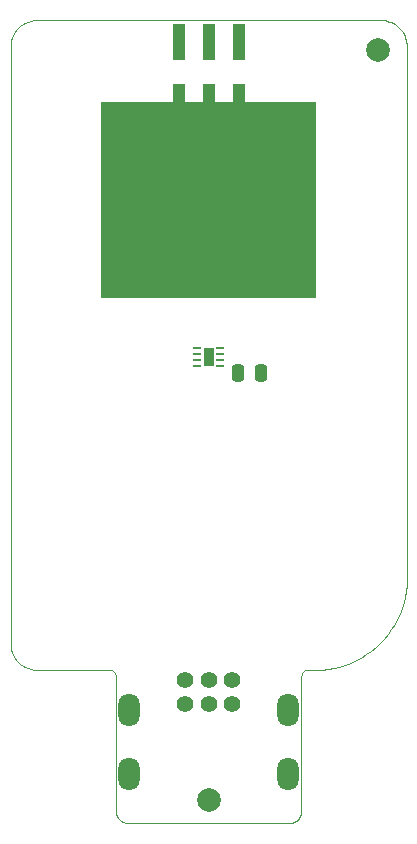
<source format=gbr>
G04 #@! TF.GenerationSoftware,KiCad,Pcbnew,7.99.0-1.20230515git1adcb86.fc37*
G04 #@! TF.CreationDate,2023-06-10T15:41:56+01:00*
G04 #@! TF.ProjectId,tr23-sao-r1,74723233-2d73-4616-9f2d-72312e6b6963,r1*
G04 #@! TF.SameCoordinates,Original*
G04 #@! TF.FileFunction,Soldermask,Bot*
G04 #@! TF.FilePolarity,Negative*
%FSLAX46Y46*%
G04 Gerber Fmt 4.6, Leading zero omitted, Abs format (unit mm)*
G04 Created by KiCad (PCBNEW 7.99.0-1.20230515git1adcb86.fc37) date 2023-06-10 15:41:56*
%MOMM*%
%LPD*%
G01*
G04 APERTURE LIST*
G04 Aperture macros list*
%AMRoundRect*
0 Rectangle with rounded corners*
0 $1 Rounding radius*
0 $2 $3 $4 $5 $6 $7 $8 $9 X,Y pos of 4 corners*
0 Add a 4 corners polygon primitive as box body*
4,1,4,$2,$3,$4,$5,$6,$7,$8,$9,$2,$3,0*
0 Add four circle primitives for the rounded corners*
1,1,$1+$1,$2,$3*
1,1,$1+$1,$4,$5*
1,1,$1+$1,$6,$7*
1,1,$1+$1,$8,$9*
0 Add four rect primitives between the rounded corners*
20,1,$1+$1,$2,$3,$4,$5,0*
20,1,$1+$1,$4,$5,$6,$7,0*
20,1,$1+$1,$6,$7,$8,$9,0*
20,1,$1+$1,$8,$9,$2,$3,0*%
G04 Aperture macros list end*
%ADD10C,0.010000*%
%ADD11C,2.000000*%
%ADD12R,1.000000X3.150000*%
%ADD13RoundRect,0.062500X-0.287500X-0.062500X0.287500X-0.062500X0.287500X0.062500X-0.287500X0.062500X0*%
%ADD14R,0.900000X1.500000*%
%ADD15C,1.400000*%
%ADD16O,1.800000X2.800000*%
%ADD17R,1.400000X0.800000*%
%ADD18RoundRect,0.250000X-0.250000X-0.475000X0.250000X-0.475000X0.250000X0.475000X-0.250000X0.475000X0*%
G04 #@! TA.AperFunction,Profile*
%ADD19C,0.100000*%
G04 #@! TD*
G04 APERTURE END LIST*
D10*
G04 #@! TO.C,GRAPHIC1*
X159028583Y-73478500D02*
X140867583Y-73478500D01*
X140867583Y-56968500D01*
X159028583Y-56968500D01*
X159028583Y-73478500D01*
G36*
X159028583Y-73478500D02*
G01*
X140867583Y-73478500D01*
X140867583Y-56968500D01*
X159028583Y-56968500D01*
X159028583Y-73478500D01*
G37*
G04 #@! TD*
D11*
G04 #@! TO.C,FID2*
X164300000Y-52500000D03*
G04 #@! TD*
G04 #@! TO.C,FID1*
X150000000Y-116000000D03*
G04 #@! TD*
D12*
G04 #@! TO.C,J1*
X147460000Y-51875000D03*
X147460000Y-56925000D03*
X150000000Y-51875000D03*
X150000000Y-56925000D03*
X152540000Y-51875000D03*
X152540000Y-56925000D03*
G04 #@! TD*
D13*
G04 #@! TO.C,U1*
X149000000Y-79275000D03*
X149000000Y-78775000D03*
X149000000Y-78275000D03*
X149000000Y-77775000D03*
X151000000Y-77775000D03*
X151000000Y-78275000D03*
X151000000Y-78775000D03*
X151000000Y-79275000D03*
D14*
X150000000Y-78525000D03*
G04 #@! TD*
D15*
G04 #@! TO.C,J2*
X152000000Y-105900000D03*
X150000000Y-105900000D03*
X148000000Y-105900000D03*
X148000000Y-107900000D03*
X150000000Y-107900000D03*
X152000000Y-107900000D03*
D16*
X156700000Y-113850000D03*
X156700000Y-108400000D03*
X143300000Y-113850000D03*
X143300000Y-108400000D03*
G04 #@! TD*
D17*
G04 #@! TO.C,D3*
X148100000Y-61800000D03*
X142900000Y-61800000D03*
X142900000Y-60400000D03*
X148100000Y-60400000D03*
G04 #@! TD*
G04 #@! TO.C,D1*
X157100000Y-61800000D03*
X151900000Y-61800000D03*
X151900000Y-60400000D03*
X157100000Y-60400000D03*
G04 #@! TD*
G04 #@! TO.C,D2*
X157100000Y-70050000D03*
X151900000Y-70050000D03*
X151900000Y-68650000D03*
X157100000Y-68650000D03*
G04 #@! TD*
G04 #@! TO.C,D4*
X148100000Y-70050000D03*
X142900000Y-70050000D03*
X142900000Y-68650000D03*
X148100000Y-68650000D03*
G04 #@! TD*
D18*
G04 #@! TO.C,C1*
X152525000Y-79855000D03*
X154425000Y-79855000D03*
G04 #@! TD*
D19*
G04 #@! TO.C,GRAPHIC1*
X135428900Y-49995200D02*
X135182400Y-50009200D01*
X135182400Y-50009200D02*
X134939500Y-50050500D01*
X134939500Y-50050500D02*
X134702300Y-50119200D01*
X134702300Y-50119200D02*
X134474400Y-50213800D01*
X134474400Y-50213800D02*
X134258400Y-50333200D01*
X134258400Y-50333200D02*
X134057400Y-50475800D01*
X134057400Y-50475800D02*
X133873400Y-50640100D01*
X133873400Y-50640100D02*
X133708600Y-50823600D01*
X133708600Y-50823600D02*
X133566000Y-51025100D01*
X133566000Y-51025100D02*
X133446600Y-51240600D01*
X133446600Y-51240600D02*
X133352500Y-51468500D01*
X133352500Y-51468500D02*
X133284300Y-51705700D01*
X133284300Y-51705700D02*
X133243000Y-51949100D01*
X133243000Y-51949100D02*
X133229000Y-52195100D01*
X133229000Y-52195100D02*
X133229000Y-102795600D01*
X133229000Y-102795600D02*
X133243000Y-103042100D01*
X133243000Y-103042100D02*
X133284300Y-103285000D01*
X133284300Y-103285000D02*
X133352500Y-103522200D01*
X133352500Y-103522200D02*
X133446600Y-103750100D01*
X133446600Y-103750100D02*
X133566000Y-103966100D01*
X133566000Y-103966100D02*
X133708600Y-104167100D01*
X133708600Y-104167100D02*
X133872900Y-104351100D01*
X133872900Y-104351100D02*
X134057400Y-104515900D01*
X134057400Y-104515900D02*
X134258400Y-104658500D01*
X134258400Y-104658500D02*
X134474400Y-104777900D01*
X134474400Y-104777900D02*
X134702300Y-104872000D01*
X134702300Y-104872000D02*
X134939500Y-104940200D01*
X134939500Y-104940200D02*
X135182400Y-104981500D01*
X135182400Y-104981500D02*
X135428900Y-104995500D01*
X135428900Y-104995500D02*
X141613451Y-104995500D01*
X141613451Y-104995500D02*
X141721451Y-105007900D01*
X141721451Y-105007900D02*
X141822151Y-105040400D01*
X141822151Y-105040400D02*
X141913651Y-105090600D01*
X141913651Y-105090600D02*
X141993251Y-105156200D01*
X141993251Y-105156200D02*
X142058851Y-105236300D01*
X142058851Y-105236300D02*
X142109051Y-105327200D01*
X142109051Y-105327200D02*
X142141551Y-105428000D01*
X142141551Y-105428000D02*
X142153951Y-105536000D01*
X142153951Y-105536000D02*
X142153951Y-116895500D01*
X142153951Y-116895500D02*
X142153951Y-117016400D01*
X142153951Y-117016400D02*
X142178151Y-117216100D01*
X142178151Y-117216100D02*
X142239451Y-117401500D01*
X142239451Y-117401500D02*
X142334051Y-117568700D01*
X142334051Y-117568700D02*
X142457751Y-117713800D01*
X142457751Y-117713800D02*
X142606651Y-117832900D01*
X142606651Y-117832900D02*
X142776651Y-117922200D01*
X142776651Y-117922200D02*
X142963851Y-117977800D01*
X142963851Y-117977800D02*
X143164251Y-117995700D01*
X143164251Y-117995700D02*
X156874751Y-117995700D01*
X156874751Y-117995700D02*
X157072051Y-117972100D01*
X157072051Y-117972100D02*
X157255451Y-117912100D01*
X157255451Y-117912100D02*
X157421351Y-117819600D01*
X157421351Y-117819600D02*
X157565751Y-117698400D01*
X157565751Y-117698400D02*
X157685051Y-117552400D01*
X157685051Y-117552400D02*
X157775351Y-117385300D01*
X157775351Y-117385300D02*
X157832951Y-117201100D01*
X157832951Y-117201100D02*
X157853951Y-117003500D01*
X157853951Y-117003500D02*
X157853951Y-116895500D01*
X157853951Y-116895500D02*
X157853951Y-105545800D01*
X157853951Y-105545800D02*
X157864351Y-105437800D01*
X157864351Y-105437800D02*
X157895851Y-105335000D01*
X157895851Y-105335000D02*
X157946551Y-105240400D01*
X157946551Y-105240400D02*
X158015251Y-105156700D01*
X158015251Y-105156700D02*
X158098951Y-105088000D01*
X158098951Y-105088000D02*
X158193551Y-105037300D01*
X158193551Y-105037300D02*
X158296351Y-105005800D01*
X158296351Y-105005800D02*
X158333051Y-104995500D01*
X158333051Y-104995500D02*
X159079100Y-104995500D01*
X159079100Y-104995500D02*
X159582500Y-104978900D01*
X159582500Y-104978900D02*
X160083700Y-104929300D01*
X160083700Y-104929300D02*
X160580900Y-104847200D01*
X160580900Y-104847200D02*
X161071800Y-104733000D01*
X161071800Y-104733000D02*
X161553900Y-104586700D01*
X161553900Y-104586700D02*
X162025700Y-104409500D01*
X162025700Y-104409500D02*
X162484600Y-104201200D01*
X162484600Y-104201200D02*
X162929000Y-103963500D01*
X162929000Y-103963500D02*
X163356900Y-103697900D01*
X163356900Y-103697900D02*
X163766200Y-103404400D01*
X163766200Y-103404400D02*
X164155800Y-103085000D01*
X164155800Y-103085000D02*
X164523800Y-102740300D01*
X164523800Y-102740300D02*
X164868500Y-102372400D01*
X164868500Y-102372400D02*
X165187800Y-101982700D01*
X165187800Y-101982700D02*
X165481300Y-101572900D01*
X165481300Y-101572900D02*
X165747500Y-101145600D01*
X165747500Y-101145600D02*
X165984700Y-100701200D01*
X165984700Y-100701200D02*
X166192900Y-100242300D01*
X166192900Y-100242300D02*
X166370200Y-99770500D01*
X166370200Y-99770500D02*
X166516400Y-99288300D01*
X166516400Y-99288300D02*
X166630600Y-98797400D01*
X166630600Y-98797400D02*
X166712800Y-98300300D01*
X166712800Y-98300300D02*
X166762400Y-97799000D01*
X166762400Y-97799000D02*
X166778900Y-97295200D01*
X166778900Y-97295200D02*
X166778900Y-52195100D01*
X166778900Y-52195100D02*
X166771700Y-52013700D01*
X166771700Y-52013700D02*
X166749000Y-51833300D01*
X166749000Y-51833300D02*
X166711800Y-51655100D01*
X166711800Y-51655100D02*
X166659600Y-51481400D01*
X166659600Y-51481400D02*
X166593400Y-51311900D01*
X166593400Y-51311900D02*
X166514400Y-51148100D01*
X166514400Y-51148100D02*
X166420900Y-50992100D01*
X166420900Y-50992100D02*
X166314900Y-50844300D01*
X166314900Y-50844300D02*
X166197600Y-50705300D01*
X166197600Y-50705300D02*
X166068900Y-50577100D01*
X166068900Y-50577100D02*
X165930400Y-50459300D01*
X165930400Y-50459300D02*
X165782700Y-50353300D01*
X165782700Y-50353300D02*
X165626100Y-50260300D01*
X165626100Y-50260300D02*
X165462300Y-50180700D01*
X165462300Y-50180700D02*
X165293300Y-50114600D01*
X165293300Y-50114600D02*
X165119100Y-50062400D01*
X165119100Y-50062400D02*
X164941400Y-50025700D01*
X164941400Y-50025700D02*
X164760500Y-50003000D01*
X164760500Y-50003000D02*
X164579100Y-49995200D01*
X164579100Y-49995200D02*
X135428900Y-49995200D01*
X135428900Y-49995200D02*
X135428900Y-49995200D01*
G04 #@! TD*
M02*

</source>
